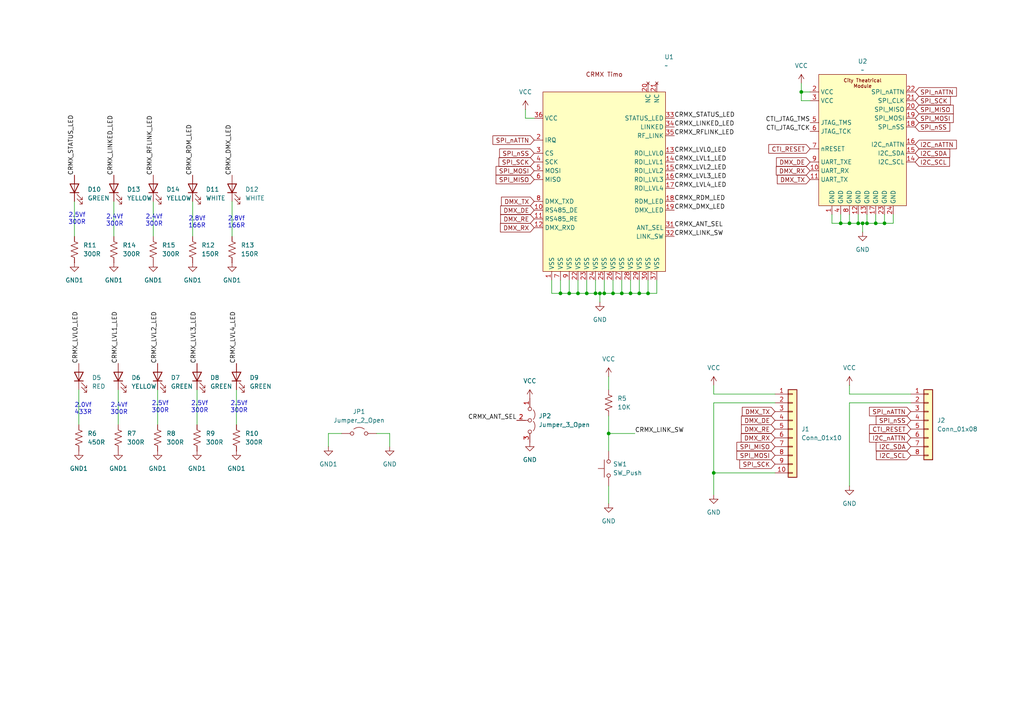
<source format=kicad_sch>
(kicad_sch (version 20231120) (generator "eeschema") (generator_version "8.0")
  (paper "A4")
  (lib_symbols
    (symbol "Connector_Generic:Conn_01x08" (pin_names (offset 1.016) hide)
      (property "Reference" "J" (at 0 10.16 0))
      (property "Value" "Conn_01x08" (at 0 -12.7 0))
      (symbol "Conn_01x08_1_1"
        (rectangle (start -1.27 -10.033) (end 0 -10.287) (stroke (width 0.1524)))
        (rectangle (start -1.27 -7.493) (end 0 -7.747) (stroke (width 0.1524)))
        (rectangle (start -1.27 -4.953) (end 0 -5.207) (stroke (width 0.1524)))
        (rectangle (start -1.27 -2.413) (end 0 -2.667) (stroke (width 0.1524)))
        (rectangle (start -1.27 0.127) (end 0 -0.127) (stroke (width 0.1524)))
        (rectangle (start -1.27 2.667) (end 0 2.413) (stroke (width 0.1524)))
        (rectangle (start -1.27 5.207) (end 0 4.953) (stroke (width 0.1524)))
        (rectangle (start -1.27 7.747) (end 0 7.493) (stroke (width 0.1524)))
        (rectangle (start -1.27 8.89) (end 1.27 -11.43) (stroke (width 0.254)) (fill (type background)))
        (pin passive line (at -5.08 7.62 0) (length 3.81) (name "Pin_1") (number "1"))
        (pin passive line (at -5.08 5.08 0) (length 3.81) (name "Pin_2") (number "2"))
        (pin passive line (at -5.08 2.54 0) (length 3.81) (name "Pin_3") (number "3"))
        (pin passive line (at -5.08 0 0) (length 3.81) (name "Pin_4") (number "4"))
        (pin passive line (at -5.08 -2.54 0) (length 3.81) (name "Pin_5") (number "5"))
        (pin passive line (at -5.08 -5.08 0) (length 3.81) (name "Pin_6") (number "6"))
        (pin passive line (at -5.08 -7.62 0) (length 3.81) (name "Pin_7") (number "7"))
        (pin passive line (at -5.08 -10.16 0) (length 3.81) (name "Pin_8") (number "8"))
      )
    )
    (symbol "Connector_Generic:Conn_01x10" (pin_names (offset 1.016) hide)
      (property "Reference" "J" (at 0 12.7 0))
      (property "Value" "Conn_01x10" (at 0 -15.24 0))
      (symbol "Conn_01x10_1_1"
        (rectangle (start -1.27 -12.573) (end 0 -12.827) (stroke (width 0.1524)))
        (rectangle (start -1.27 -10.033) (end 0 -10.287) (stroke (width 0.1524)))
        (rectangle (start -1.27 -7.493) (end 0 -7.747) (stroke (width 0.1524)))
        (rectangle (start -1.27 -4.953) (end 0 -5.207) (stroke (width 0.1524)))
        (rectangle (start -1.27 -2.413) (end 0 -2.667) (stroke (width 0.1524)))
        (rectangle (start -1.27 0.127) (end 0 -0.127) (stroke (width 0.1524)))
        (rectangle (start -1.27 2.667) (end 0 2.413) (stroke (width 0.1524)))
        (rectangle (start -1.27 5.207) (end 0 4.953) (stroke (width 0.1524)))
        (rectangle (start -1.27 7.747) (end 0 7.493) (stroke (width 0.1524)))
        (rectangle (start -1.27 10.287) (end 0 10.033) (stroke (width 0.1524)))
        (rectangle (start -1.27 11.43) (end 1.27 -13.97) (stroke (width 0.254)) (fill (type background)))
        (pin passive line (at -5.08 10.16 0) (length 3.81) (name "Pin_1") (number "1"))
        (pin passive line (at -5.08 -12.7 0) (length 3.81) (name "Pin_10") (number "10"))
        (pin passive line (at -5.08 7.62 0) (length 3.81) (name "Pin_2") (number "2"))
        (pin passive line (at -5.08 5.08 0) (length 3.81) (name "Pin_3") (number "3"))
        (pin passive line (at -5.08 2.54 0) (length 3.81) (name "Pin_4") (number "4"))
        (pin passive line (at -5.08 0 0) (length 3.81) (name "Pin_5") (number "5"))
        (pin passive line (at -5.08 -2.54 0) (length 3.81) (name "Pin_6") (number "6"))
        (pin passive line (at -5.08 -5.08 0) (length 3.81) (name "Pin_7") (number "7"))
        (pin passive line (at -5.08 -7.62 0) (length 3.81) (name "Pin_8") (number "8"))
        (pin passive line (at -5.08 -10.16 0) (length 3.81) (name "Pin_9") (number "9"))
      )
    )
    (symbol "Device:LED" (pin_numbers hide) (pin_names (offset 1.016) hide)
      (property "Reference" "D" (at 0 2.54 0))
      (property "Value" "LED" (at 0 -2.54 0))
      (symbol "LED_0_1"
        (polyline (pts (xy -1.27 -1.27) (xy -1.27 1.27)) (stroke (width 0.254)))
        (polyline (pts (xy -1.27 0) (xy 1.27 0)))
        (polyline (pts (xy 1.27 -1.27) (xy 1.27 1.27) (xy -1.27 0) (xy 1.27 -1.27)) (stroke (width 0.254)))
        (polyline (pts (xy -3.048 -0.762) (xy -4.572 -2.286) (xy -3.81 -2.286) (xy -4.572 -2.286) (xy -4.572 -1.524)))
        (polyline (pts (xy -1.778 -0.762) (xy -3.302 -2.286) (xy -2.54 -2.286) (xy -3.302 -2.286) (xy -3.302 -1.524)))
      )
      (symbol "LED_1_1"
        (pin passive line (at -3.81 0 0) (length 2.54) (name "K") (number "1"))
        (pin passive line (at 3.81 0 180) (length 2.54) (name "A") (number "2"))
      )
    )
    (symbol "Device:R_US" (pin_numbers hide) (pin_names (offset 0))
      (property "Reference" "R" (at 2.54 0 90))
      (property "Value" "R_US" (at -2.54 0 90))
      (symbol "R_US_0_1"
        (polyline (pts (xy 0 -2.286) (xy 0 -2.54)))
        (polyline (pts (xy 0 2.286) (xy 0 2.54)))
        (polyline (pts (xy 0 -0.762) (xy 1.016 -1.143) (xy 0 -1.524) (xy -1.016 -1.905) (xy 0 -2.286)))
        (polyline (pts (xy 0 0.762) (xy 1.016 0.381) (xy 0 0) (xy -1.016 -0.381) (xy 0 -0.762)))
        (polyline (pts (xy 0 2.286) (xy 1.016 1.905) (xy 0 1.524) (xy -1.016 1.143) (xy 0 0.762)))
      )
      (symbol "R_US_1_1"
        (pin passive line (at 0 3.81 270) (length 1.27) (name "~") (number "1"))
        (pin passive line (at 0 -3.81 90) (length 1.27) (name "~") (number "2"))
      )
    )
    (symbol "Jumper:Jumper_2_Open" (pin_numbers hide) (pin_names (offset 0) hide) (exclude_from_sim yes)
      (property "Reference" "JP" (at 0 2.794 0))
      (property "Value" "Jumper_2_Open" (at 0 -2.286 0))
      (symbol "Jumper_2_Open_0_0"
        (circle (center -2.032 0) (radius 0.508))
        (circle (center 2.032 0) (radius 0.508))
      )
      (symbol "Jumper_2_Open_0_1"
        (arc (start 1.524 1.27) (mid 0 1.778) (end -1.524 1.27))
      )
      (symbol "Jumper_2_Open_1_1"
        (pin passive line (at -5.08 0 0) (length 2.54) (name "A") (number "1"))
        (pin passive line (at 5.08 0 180) (length 2.54) (name "B") (number "2"))
      )
    )
    (symbol "Jumper:Jumper_3_Open" (pin_names (offset 0) hide) (exclude_from_sim yes) (in_bom no)
      (property "Reference" "JP" (at -2.54 -2.54 0))
      (property "Value" "Jumper_3_Open" (at 0 2.794 0))
      (symbol "Jumper_3_Open_0_0"
        (circle (center -3.302 0) (radius 0.508))
        (circle (center 0 0) (radius 0.508))
        (circle (center 3.302 0) (radius 0.508))
      )
      (symbol "Jumper_3_Open_0_1"
        (arc (start -0.254 1.016) (mid -1.651 1.4992) (end -3.048 1.016))
        (polyline (pts (xy 0 -0.508) (xy 0 -1.27)))
        (arc (start 3.048 1.016) (mid 1.651 1.4992) (end 0.254 1.016))
      )
      (symbol "Jumper_3_Open_1_1"
        (pin passive line (at -6.35 0 0) (length 2.54) (name "A") (number "1"))
        (pin passive line (at 0 -3.81 90) (length 2.54) (name "C") (number "2"))
        (pin passive line (at 6.35 0 180) (length 2.54) (name "B") (number "3"))
      )
    )
    (symbol "MHCI:CRMX-Timo"
      (property "Reference" "U" (at 0 33.02 0))
      (symbol "CRMX-Timo_1_1"
        (rectangle (start -17.78 30.48) (end 17.78 -21.59) (fill (type background)))
        (text "CRMX Timo" (at 0 35.56 0) (effects (font (size 1.27 1.27))))
        (pin input line (at -15.24 -24.13 90) (length 2.54) (name "VSS") (number "1"))
        (pin output line (at -20.32 -3.81 0) (length 2.54) (name "RS485_DE") (number "10"))
        (pin output line (at -20.32 -6.35 0) (length 2.54) (name "RS485_RE") (number "11"))
        (pin input line (at -20.32 -8.89 0) (length 2.54) (name "DMX_RXD") (number "12"))
        (pin output line (at 20.32 12.7 180) (length 2.54) (name "RDI_LVL0") (number "13"))
        (pin output line (at 20.32 10.16 180) (length 2.54) (name "RDI_LVL1") (number "14"))
        (pin output line (at 20.32 7.62 180) (length 2.54) (name "RDI_LVL2") (number "15"))
        (pin output line (at 20.32 5.08 180) (length 2.54) (name "RDI_LVL3") (number "16"))
        (pin output line (at 20.32 2.54 180) (length 2.54) (name "RDI_LVL4") (number "17"))
        (pin output line (at 20.32 -1.27 180) (length 2.54) (name "RDM_LED") (number "18"))
        (pin output line (at 20.32 -3.81 180) (length 2.54) (name "DMX_LED") (number "19"))
        (pin output line (at -20.32 16.51 0) (length 2.54) (name "IRQ") (number "2"))
        (pin no_connect line (at 12.7 33.02 270) (length 2.54) (name "NC") (number "20"))
        (pin no_connect line (at 15.24 33.02 270) (length 2.54) (name "NC") (number "21"))
        (pin input line (at -7.62 -24.13 90) (length 2.54) (name "VSS") (number "22"))
        (pin input line (at -5.08 -24.13 90) (length 2.54) (name "VSS") (number "23"))
        (pin input line (at -2.54 -24.13 90) (length 2.54) (name "VSS") (number "24"))
        (pin input line (at 0 -24.13 90) (length 2.54) (name "VSS") (number "25"))
        (pin input line (at 2.54 -24.13 90) (length 2.54) (name "VSS") (number "26"))
        (pin input line (at 5.08 -24.13 90) (length 2.54) (name "VSS") (number "27"))
        (pin input line (at 7.62 -24.13 90) (length 2.54) (name "VSS") (number "28"))
        (pin input line (at 10.16 -24.13 90) (length 2.54) (name "VSS") (number "29"))
        (pin input line (at -20.32 12.7 0) (length 2.54) (name "CS") (number "3"))
        (pin input line (at 12.7 -24.13 90) (length 2.54) (name "VSS") (number "30"))
        (pin input line (at 20.32 -8.89 180) (length 2.54) (name "ANT_SEL") (number "31"))
        (pin input line (at 20.32 -11.43 180) (length 2.54) (name "LINK_SW") (number "32"))
        (pin output line (at 20.32 22.86 180) (length 2.54) (name "STATUS_LED") (number "33"))
        (pin output line (at 20.32 20.32 180) (length 2.54) (name "LINKED") (number "34"))
        (pin output line (at 20.32 17.78 180) (length 2.54) (name "RF_LINK") (number "35"))
        (pin input line (at -20.32 22.86 0) (length 2.54) (name "VCC") (number "36"))
        (pin input line (at 15.24 -24.13 90) (length 2.54) (name "VSS") (number "37"))
        (pin input line (at -20.32 10.16 0) (length 2.54) (name "SCK") (number "4"))
        (pin input line (at -20.32 7.62 0) (length 2.54) (name "MOSI") (number "5"))
        (pin output line (at -20.32 5.08 0) (length 2.54) (name "MISO") (number "6"))
        (pin input line (at -12.7 -24.13 90) (length 2.54) (name "VSS") (number "7"))
        (pin output line (at -20.32 -1.27 0) (length 2.54) (name "DMX_TXD") (number "8"))
        (pin input line (at -10.16 -24.13 90) (length 2.54) (name "VSS") (number "9"))
      )
    )
    (symbol "MHCI:CTI-Module"
      (property "Reference" "U" (at 0 0 0))
      (symbol "CTI-Module_1_1"
        (rectangle (start -12.7 -1.27) (end 12.7 -39.37) (fill (type background)))
        (text "City Theatrical\nModule" (at 0 -3.81 0) (effects (font (size 1 1))))
        (pin input line (at -8.89 -41.91 90) (length 2.54) (name "GND") (number "1"))
        (pin input line (at -15.24 -29.21 0) (length 2.54) (name "UART_RX") (number "10"))
        (pin output line (at -15.24 -31.75 0) (length 2.54) (name "UART_TX") (number "11"))
        (pin input line (at -1.27 -41.91 90) (length 2.54) (name "GND") (number "12"))
        (pin input line (at 1.27 -41.91 90) (length 2.54) (name "GND") (number "13"))
        (pin input line (at 15.24 -26.67 180) (length 2.54) (name "I2C_SCL") (number "14"))
        (pin bidirectional line (at 15.24 -24.13 180) (length 2.54) (name "I2C_SDA") (number "15"))
        (pin output line (at 15.24 -21.59 180) (length 2.54) (name "I2C_nATTN") (number "16"))
        (pin input line (at 3.81 -41.91 90) (length 2.54) (name "GND") (number "17"))
        (pin input line (at 15.24 -16.51 180) (length 2.54) (name "SPI_nSS") (number "18"))
        (pin input line (at 15.24 -13.97 180) (length 2.54) (name "SPI_MOSI") (number "19"))
        (pin power_in line (at -15.24 -6.35 0) (length 2.54) (name "VCC") (number "2"))
        (pin output line (at 15.24 -11.43 180) (length 2.54) (name "SPI_MISO") (number "20"))
        (pin input line (at 15.24 -8.89 180) (length 2.54) (name "SPI_CLK") (number "21"))
        (pin output line (at 15.24 -6.35 180) (length 2.54) (name "SPI_nATTN") (number "22"))
        (pin input line (at 6.35 -41.91 90) (length 2.54) (name "GND") (number "23"))
        (pin input line (at 8.89 -41.91 90) (length 2.54) (name "GND") (number "24"))
        (pin power_in line (at -15.24 -8.89 0) (length 2.54) (name "VCC") (number "3"))
        (pin input line (at -6.35 -41.91 90) (length 2.54) (name "GND") (number "4"))
        (pin bidirectional line (at -15.24 -15.24 0) (length 2.54) (name "JTAG_TMS") (number "5"))
        (pin input line (at -15.24 -17.78 0) (length 2.54) (name "JTAG_TCK") (number "6"))
        (pin input line (at -15.24 -22.86 0) (length 2.54) (name "nRESET") (number "7"))
        (pin input line (at -3.81 -41.91 90) (length 2.54) (name "GND") (number "8"))
        (pin output line (at -15.24 -26.67 0) (length 2.54) (name "UART_TXE") (number "9"))
      )
    )
    (symbol "Switch:SW_Push" (pin_numbers hide) (pin_names (offset 1.016) hide)
      (property "Reference" "SW" (at 1.27 2.54 0))
      (property "Value" "SW_Push" (at 0 -1.524 0))
      (symbol "SW_Push_0_1"
        (circle (center -2.032 0) (radius 0.508))
        (polyline (pts (xy 0 1.27) (xy 0 3.048)))
        (polyline (pts (xy 2.54 1.27) (xy -2.54 1.27)))
        (circle (center 2.032 0) (radius 0.508))
        (pin passive line (at -5.08 0 0) (length 2.54) (name "1") (number "1"))
        (pin passive line (at 5.08 0 180) (length 2.54) (name "2") (number "2"))
      )
    )
    (symbol "power:GND" (power) (pin_numbers hide) (pin_names (offset 0) hide)
      (property "Value" "GND" (at 0 -3.81 0))
      (symbol "GND_0_1"
        (polyline (pts (xy 0 0) (xy 0 -1.27) (xy 1.27 -1.27) (xy 0 -2.54) (xy -1.27 -1.27) (xy 0 -1.27)))
      )
      (symbol "GND_1_1"
        (pin power_in line (at 0 0 270) (length 0) (name "~") (number "1"))
      )
    )
    (symbol "power:GND1" (power) (pin_numbers hide) (pin_names (offset 0) hide)
      (property "Value" "GND1" (at 0 -3.81 0))
      (symbol "GND1_0_1"
        (polyline (pts (xy 0 0) (xy 0 -1.27) (xy 1.27 -1.27) (xy 0 -2.54) (xy -1.27 -1.27) (xy 0 -1.27)))
      )
      (symbol "GND1_1_1"
        (pin power_in line (at 0 0 270) (length 0) (name "~") (number "1"))
      )
    )
    (symbol "power:VCC" (power) (pin_numbers hide) (pin_names (offset 0) hide)
      (property "Value" "VCC" (at 0 3.556 0))
      (symbol "VCC_0_1"
        (polyline (pts (xy -0.762 1.27) (xy 0 2.54)))
        (polyline (pts (xy 0 0) (xy 0 2.54)))
        (polyline (pts (xy 0 2.54) (xy 0.762 1.27)))
      )
      (symbol "VCC_1_1"
        (pin power_in line (at 0 0 90) (length 0) (name "~") (number "1"))
      )
    )
  )
  (junction (at 243.84 64.77))
  (junction (at 248.92 64.77))
  (junction (at 185.42 85.09))
  (junction (at 246.38 64.77))
  (junction (at 170.18 85.09))
  (junction (at 180.34 85.09))
  (junction (at 207.01 137.16))
  (junction (at 232.41 26.67))
  (junction (at 175.26 85.09))
  (junction (at 251.46 64.77))
  (junction (at 176.53 125.73))
  (junction (at 177.8 85.09))
  (junction (at 165.1 85.09))
  (junction (at 254 64.77))
  (junction (at 250.19 64.77))
  (junction (at 172.72 85.09))
  (junction (at 187.96 85.09))
  (junction (at 167.64 85.09))
  (junction (at 256.54 64.77))
  (junction (at 182.88 85.09))
  (junction (at 162.56 85.09))
  (junction (at 173.99 85.09))
  (wire (pts (xy 175.26 81.28) (xy 175.26 85.09)))
  (wire (pts (xy 243.84 62.23) (xy 243.84 64.77)))
  (wire (pts (xy 177.8 85.09) (xy 175.26 85.09)))
  (wire (pts (xy 207.01 116.84) (xy 224.79 116.84)))
  (wire (pts (xy 185.42 85.09) (xy 182.88 85.09)))
  (wire (pts (xy 243.84 64.77) (xy 246.38 64.77)))
  (wire (pts (xy 182.88 85.09) (xy 180.34 85.09)))
  (wire (pts (xy 190.5 85.09) (xy 187.96 85.09)))
  (wire (pts (xy 57.15 113.03) (xy 57.15 123.19)))
  (wire (pts (xy 250.19 67.31) (xy 250.19 64.77)))
  (wire (pts (xy 254 64.77) (xy 251.46 64.77)))
  (wire (pts (xy 33.02 58.42) (xy 33.02 68.58)))
  (wire (pts (xy 246.38 116.84) (xy 246.38 140.97)))
  (wire (pts (xy 176.53 125.73) (xy 184.15 125.73)))
  (wire (pts (xy 256.54 64.77) (xy 254 64.77)))
  (wire (pts (xy 172.72 85.09) (xy 170.18 85.09)))
  (wire (pts (xy 160.02 85.09) (xy 160.02 81.28)))
  (wire (pts (xy 232.41 29.21) (xy 232.41 26.67)))
  (wire (pts (xy 185.42 81.28) (xy 185.42 85.09)))
  (wire (pts (xy 248.92 64.77) (xy 250.19 64.77)))
  (wire (pts (xy 246.38 62.23) (xy 246.38 64.77)))
  (wire (pts (xy 167.64 81.28) (xy 167.64 85.09)))
  (wire (pts (xy 172.72 81.28) (xy 172.72 85.09)))
  (wire (pts (xy 241.3 64.77) (xy 241.3 62.23)))
  (wire (pts (xy 167.64 85.09) (xy 165.1 85.09)))
  (wire (pts (xy 45.72 113.03) (xy 45.72 123.19)))
  (wire (pts (xy 162.56 81.28) (xy 162.56 85.09)))
  (wire (pts (xy 248.92 62.23) (xy 248.92 64.77)))
  (wire (pts (xy 246.38 114.3) (xy 246.38 111.76)))
  (wire (pts (xy 152.4 34.29) (xy 154.94 34.29)))
  (wire (pts (xy 55.88 58.42) (xy 55.88 68.58)))
  (wire (pts (xy 180.34 85.09) (xy 177.8 85.09)))
  (wire (pts (xy 190.5 81.28) (xy 190.5 85.09)))
  (wire (pts (xy 224.79 114.3) (xy 207.01 114.3)))
  (wire (pts (xy 176.53 120.65) (xy 176.53 125.73)))
  (wire (pts (xy 170.18 85.09) (xy 167.64 85.09)))
  (wire (pts (xy 187.96 85.09) (xy 185.42 85.09)))
  (wire (pts (xy 21.59 58.42) (xy 21.59 68.58)))
  (wire (pts (xy 68.58 113.03) (xy 68.58 123.19)))
  (wire (pts (xy 251.46 64.77) (xy 250.19 64.77)))
  (wire (pts (xy 173.99 87.63) (xy 173.99 85.09)))
  (wire (pts (xy 259.08 64.77) (xy 256.54 64.77)))
  (wire (pts (xy 254 62.23) (xy 254 64.77)))
  (wire (pts (xy 246.38 116.84) (xy 264.16 116.84)))
  (wire (pts (xy 207.01 137.16) (xy 207.01 143.51)))
  (wire (pts (xy 34.29 113.03) (xy 34.29 123.19)))
  (wire (pts (xy 187.96 81.28) (xy 187.96 85.09)))
  (wire (pts (xy 176.53 109.22) (xy 176.53 113.03)))
  (wire (pts (xy 232.41 26.67) (xy 234.95 26.67)))
  (wire (pts (xy 232.41 24.13) (xy 232.41 26.67)))
  (wire (pts (xy 177.8 81.28) (xy 177.8 85.09)))
  (wire (pts (xy 95.25 125.73) (xy 99.06 125.73)))
  (wire (pts (xy 234.95 29.21) (xy 232.41 29.21)))
  (wire (pts (xy 207.01 137.16) (xy 224.79 137.16)))
  (wire (pts (xy 67.31 58.42) (xy 67.31 68.58)))
  (wire (pts (xy 175.26 85.09) (xy 173.99 85.09)))
  (wire (pts (xy 165.1 81.28) (xy 165.1 85.09)))
  (wire (pts (xy 259.08 62.23) (xy 259.08 64.77)))
  (wire (pts (xy 44.45 58.42) (xy 44.45 68.58)))
  (wire (pts (xy 95.25 129.54) (xy 95.25 125.73)))
  (wire (pts (xy 162.56 85.09) (xy 160.02 85.09)))
  (wire (pts (xy 173.99 85.09) (xy 172.72 85.09)))
  (wire (pts (xy 152.4 31.75) (xy 152.4 34.29)))
  (wire (pts (xy 176.53 125.73) (xy 176.53 130.81)))
  (wire (pts (xy 176.53 140.97) (xy 176.53 146.05)))
  (wire (pts (xy 207.01 114.3) (xy 207.01 111.76)))
  (wire (pts (xy 170.18 81.28) (xy 170.18 85.09)))
  (wire (pts (xy 182.88 81.28) (xy 182.88 85.09)))
  (wire (pts (xy 251.46 62.23) (xy 251.46 64.77)))
  (wire (pts (xy 256.54 62.23) (xy 256.54 64.77)))
  (wire (pts (xy 246.38 114.3) (xy 264.16 114.3)))
  (wire (pts (xy 180.34 81.28) (xy 180.34 85.09)))
  (wire (pts (xy 165.1 85.09) (xy 162.56 85.09)))
  (wire (pts (xy 207.01 116.84) (xy 207.01 137.16)))
  (wire (pts (xy 22.86 113.03) (xy 22.86 123.19)))
  (wire (pts (xy 241.3 64.77) (xy 243.84 64.77)))
  (wire (pts (xy 246.38 64.77) (xy 248.92 64.77)))
  (wire (pts (xy 109.22 125.73) (xy 113.03 125.73)))
  (wire (pts (xy 113.03 125.73) (xy 113.03 129.54)))
  (text "2.0Vf\n433R" (at 24.13 118.618 0) (effects (font (size 1.27 1.27))))
  (text "2.5Vf\n300R" (at 46.482 118.11 0) (effects (font (size 1.27 1.27))))
  (text "2.5Vf\n300R" (at 69.342 118.11 0) (effects (font (size 1.27 1.27))))
  (text "2.8Vf\n166R" (at 57.15 64.516 0) (effects (font (size 1.27 1.27))))
  (text "2.4Vf\n300R" (at 33.274 64.008 0) (effects (font (size 1.27 1.27))))
  (text "2.8Vf\n166R" (at 68.58 64.516 0) (effects (font (size 1.27 1.27))))
  (text "2.5Vf\n300R" (at 22.352 63.5 0) (effects (font (size 1.27 1.27))))
  (text "2.5Vf\n300R" (at 57.912 118.11 0) (effects (font (size 1.27 1.27))))
  (text "2.4Vf\n300R" (at 44.704 64.008 0) (effects (font (size 1.27 1.27))))
  (text "2.4Vf\n300R" (at 34.544 118.618 0) (effects (font (size 1.27 1.27))))
  (label "CRMX_LVL2_LED" (at 45.72 105.41 90))
  (label "CRMX_LVL4_LED" (at 68.58 105.41 90))
  (label "CRMX_LVL1_LED" (at 34.29 105.41 90))
  (label "CRMX_LVL0_LED" (at 195.58 44.45 0))
  (label "CRMX_LINK_SW" (at 195.58 68.58 0))
  (label "CRMX_RFLINK_LED" (at 44.45 50.8 90))
  (label "CRMX_LVL1_LED" (at 195.58 46.99 0))
  (label "CRMX_STATUS_LED" (at 21.59 50.8 90))
  (label "CRMX_LINK_SW" (at 184.15 125.73 0))
  (label "CRMX_ANT_SEL" (at 149.86 121.92 180))
  (label "CRMX_LVL2_LED" (at 195.58 49.53 0))
  (label "CRMX_STATUS_LED" (at 195.58 34.29 0))
  (label "CRMX_RDM_LED" (at 55.88 50.8 90))
  (label "CTI_JTAG_TCK" (at 234.95 38.1 180))
  (label "CRMX_RDM_LED" (at 195.58 58.42 0))
  (label "CRMX_ANT_SEL" (at 195.58 66.04 0))
  (label "CTI_JTAG_TMS" (at 234.95 35.56 180))
  (label "CRMX_LVL3_LED" (at 195.58 52.07 0))
  (label "CRMX_LINKED_LED" (at 195.58 36.83 0))
  (label "CRMX_RFLINK_LED" (at 195.58 39.37 0))
  (label "CRMX_DMX_LED" (at 67.31 50.8 90))
  (label "CRMX_LVL0_LED" (at 22.86 105.41 90))
  (label "CRMX_LVL4_LED" (at 195.58 54.61 0))
  (label "CRMX_LINKED_LED" (at 33.02 50.8 90))
  (label "CRMX_LVL3_LED" (at 57.15 105.41 90))
  (label "CRMX_DMX_LED" (at 195.58 60.96 0))
  (global_label "I2C_SCL" (shape input) (at 264.16 132.08 180) (property "Intersheetrefs" "${INTERSHEET_REFS}" (effects (hide yes))))
  (global_label "I2C_SDA" (shape input) (at 264.16 129.54 180) (property "Intersheetrefs" "${INTERSHEET_REFS}" (effects (hide yes))))
  (global_label "DMX_TX" (shape input) (at 234.95 52.07 180) (property "Intersheetrefs" "${INTERSHEET_REFS}" (effects (hide yes))))
  (global_label "SPI_MOSI" (shape input) (at 224.79 132.08 180) (property "Intersheetrefs" "${INTERSHEET_REFS}" (effects (hide yes))))
  (global_label "SPI_MISO" (shape input) (at 265.43 31.75 0) (property "Intersheetrefs" "${INTERSHEET_REFS}" (effects (hide yes))))
  (global_label "SPI_SCK" (shape input) (at 224.79 134.62 180) (property "Intersheetrefs" "${INTERSHEET_REFS}" (effects (hide yes))))
  (global_label "DMX_RX" (shape input) (at 234.95 49.53 180) (property "Intersheetrefs" "${INTERSHEET_REFS}" (effects (hide yes))))
  (global_label "SPI_nSS" (shape input) (at 154.94 44.45 180) (property "Intersheetrefs" "${INTERSHEET_REFS}" (effects (hide yes))))
  (global_label "DMX_DE" (shape input) (at 224.79 121.92 180) (property "Intersheetrefs" "${INTERSHEET_REFS}" (effects (hide yes))))
  (global_label "SPI_SCK" (shape input) (at 265.43 29.21 0) (property "Intersheetrefs" "${INTERSHEET_REFS}" (effects (hide yes))))
  (global_label "DMX_RE" (shape input) (at 154.94 63.5 180) (property "Intersheetrefs" "${INTERSHEET_REFS}" (effects (hide yes))))
  (global_label "CTI_RESET" (shape input) (at 264.16 124.46 180) (property "Intersheetrefs" "${INTERSHEET_REFS}" (effects (hide yes))))
  (global_label "SPI_MOSI" (shape input) (at 265.43 34.29 0) (property "Intersheetrefs" "${INTERSHEET_REFS}" (effects (hide yes))))
  (global_label "DMX_RX" (shape input) (at 224.79 127 180) (property "Intersheetrefs" "${INTERSHEET_REFS}" (effects (hide yes))))
  (global_label "I2C_nATTN" (shape input) (at 264.16 127 180) (property "Intersheetrefs" "${INTERSHEET_REFS}" (effects (hide yes))))
  (global_label "SPI_nATTN" (shape input) (at 265.43 26.67 0) (property "Intersheetrefs" "${INTERSHEET_REFS}" (effects (hide yes))))
  (global_label "SPI_MISO" (shape input) (at 224.79 129.54 180) (property "Intersheetrefs" "${INTERSHEET_REFS}" (effects (hide yes))))
  (global_label "CTI_RESET" (shape input) (at 234.95 43.18 180) (property "Intersheetrefs" "${INTERSHEET_REFS}" (effects (hide yes))))
  (global_label "DMX_TX" (shape input) (at 224.79 119.38 180) (property "Intersheetrefs" "${INTERSHEET_REFS}" (effects (hide yes))))
  (global_label "DMX_DE" (shape input) (at 234.95 46.99 180) (property "Intersheetrefs" "${INTERSHEET_REFS}" (effects (hide yes))))
  (global_label "I2C_SDA" (shape input) (at 265.43 44.45 0) (property "Intersheetrefs" "${INTERSHEET_REFS}" (effects (hide yes))))
  (global_label "SPI_nATTN" (shape input) (at 264.16 119.38 180) (property "Intersheetrefs" "${INTERSHEET_REFS}" (effects (hide yes))))
  (global_label "DMX_TX" (shape input) (at 154.94 58.42 180) (property "Intersheetrefs" "${INTERSHEET_REFS}" (effects (hide yes))))
  (global_label "SPI_MISO" (shape input) (at 154.94 52.07 180) (property "Intersheetrefs" "${INTERSHEET_REFS}" (effects (hide yes))))
  (global_label "DMX_RX" (shape input) (at 154.94 66.04 180) (property "Intersheetrefs" "${INTERSHEET_REFS}" (effects (hide yes))))
  (global_label "I2C_SCL" (shape input) (at 265.43 46.99 0) (property "Intersheetrefs" "${INTERSHEET_REFS}" (effects (hide yes))))
  (global_label "DMX_RE" (shape input) (at 224.79 124.46 180) (property "Intersheetrefs" "${INTERSHEET_REFS}" (effects (hide yes))))
  (global_label "SPI_MOSI" (shape input) (at 154.94 49.53 180) (property "Intersheetrefs" "${INTERSHEET_REFS}" (effects (hide yes))))
  (global_label "I2C_nATTN" (shape input) (at 265.43 41.91 0) (property "Intersheetrefs" "${INTERSHEET_REFS}" (effects (hide yes))))
  (global_label "DMX_DE" (shape input) (at 154.94 60.96 180) (property "Intersheetrefs" "${INTERSHEET_REFS}" (effects (hide yes))))
  (global_label "SPI_nSS" (shape input) (at 265.43 36.83 0) (property "Intersheetrefs" "${INTERSHEET_REFS}" (effects (hide yes))))
  (global_label "SPI_nATTN" (shape input) (at 154.94 40.64 180) (property "Intersheetrefs" "${INTERSHEET_REFS}" (effects (hide yes))))
  (global_label "SPI_SCK" (shape input) (at 154.94 46.99 180) (property "Intersheetrefs" "${INTERSHEET_REFS}" (effects (hide yes))))
  (global_label "SPI_nSS" (shape input) (at 264.16 121.92 180) (property "Intersheetrefs" "${INTERSHEET_REFS}" (effects (hide yes))))
  (symbol (lib_id "power:GND1") (at 33.02 76.2 0) (unit 1)
    (property "Reference" "#PWR017" (effects (hide yes)))
    (property "Value" "GND1" (at 33.02 81.28 0))
    (property "Description" "Power symbol creates a global label with name \"GND1\" , ground" (effects (hide yes)))
  )
  (symbol (lib_id "Device:LED") (at 34.29 109.22 90) (unit 1)
    (property "Reference" "D6" (at 38.1 109.5374 90) (effects (justify right)))
    (property "Value" "YELLOW" (at 38.1 112.0774 90) (effects (justify right)))
    (property "Footprint" "LED_SMD:LED_0603_1608Metric" (effects (hide yes)))
    (property "Description" "Light emitting diode" (effects (hide yes)))
    (property "LCSC" "C72038" (effects (hide yes)))
  )
  (symbol (lib_id "Device:LED") (at 21.59 54.61 90) (unit 1)
    (property "Reference" "D10" (at 25.4 54.9274 90) (effects (justify right)))
    (property "Value" "GREEN" (at 25.4 57.4674 90) (effects (justify right)))
    (property "Footprint" "LED_SMD:LED_0603_1608Metric" (effects (hide yes)))
    (property "Description" "Light emitting diode" (effects (hide yes)))
  )
  (symbol (lib_id "power:GND1") (at 44.45 76.2 0) (unit 1)
    (property "Reference" "#PWR018" (effects (hide yes)))
    (property "Value" "GND1" (at 44.45 81.28 0))
    (property "Description" "Power symbol creates a global label with name \"GND1\" , ground" (effects (hide yes)))
  )
  (symbol (lib_id "power:GND1") (at 45.72 130.81 0) (unit 1)
    (property "Reference" "#PWR024" (effects (hide yes)))
    (property "Value" "GND1" (at 45.72 135.89 0))
    (property "Description" "Power symbol creates a global label with name \"GND1\" , ground" (effects (hide yes)))
  )
  (symbol (lib_id "Device:R_US") (at 55.88 72.39 0) (unit 1)
    (property "Reference" "R12" (at 58.42 71.1199 0) (effects (justify left)))
    (property "Value" "150R" (at 58.42 73.6599 0) (effects (justify left)))
    (property "Footprint" "Resistor_SMD:R_0603_1608Metric" (effects (hide yes)))
    (property "Description" "Resistor, US symbol" (effects (hide yes)))
    (property "LCSC" "C22808" (effects (hide yes)))
  )
  (symbol (lib_id "Connector_Generic:Conn_01x08") (at 269.24 121.92 0) (unit 1)
    (property "Reference" "J2" (at 271.78 121.9199 0) (effects (justify left)))
    (property "Value" "Conn_01x08" (at 271.78 124.4599 0) (effects (justify left)))
    (property "Footprint" "Connector_PinHeader_2.54mm:PinHeader_1x08_P2.54mm_Vertical" (effects (hide yes)))
    (property "Description" "Generic connector, single row, 01x08, script generated (kicad-library-utils/schlib/autogen/connector/)" (effects (hide yes)))
  )
  (symbol (lib_id "Device:R_US") (at 45.72 127 0) (unit 1)
    (property "Reference" "R8" (at 48.26 125.7299 0) (effects (justify left)))
    (property "Value" "300R" (at 48.26 128.2699 0) (effects (justify left)))
    (property "Footprint" "Resistor_SMD:R_0603_1608Metric" (effects (hide yes)))
    (property "Description" "Resistor, US symbol" (effects (hide yes)))
    (property "LCSC" "C23025" (effects (hide yes)))
  )
  (symbol (lib_id "power:VCC") (at 232.41 24.13 0) (unit 1)
    (property "Reference" "#PWR03" (effects (hide yes)))
    (property "Value" "VCC" (at 232.41 19.05 0))
    (property "Description" "Power symbol creates a global label with name \"VCC\"" (effects (hide yes)))
  )
  (symbol (lib_id "power:VCC") (at 207.01 111.76 0) (unit 1)
    (property "Reference" "#PWR05" (effects (hide yes)))
    (property "Value" "VCC" (at 207.01 106.68 0))
    (property "Description" "Power symbol creates a global label with name \"VCC\"" (effects (hide yes)))
  )
  (symbol (lib_id "power:VCC") (at 176.53 109.22 0) (unit 1)
    (property "Reference" "#PWR013" (effects (hide yes)))
    (property "Value" "VCC" (at 176.53 104.14 0))
    (property "Description" "Power symbol creates a global label with name \"VCC\"" (effects (hide yes)))
  )
  (symbol (lib_id "power:GND") (at 246.38 140.97 0) (unit 1)
    (property "Reference" "#PWR08" (effects (hide yes)))
    (property "Value" "GND" (at 246.38 146.05 0))
    (property "Description" "Power symbol creates a global label with name \"GND\" , ground" (effects (hide yes)))
  )
  (symbol (lib_id "power:GND") (at 207.01 143.51 0) (unit 1)
    (property "Reference" "#PWR06" (effects (hide yes)))
    (property "Value" "GND" (at 207.01 148.59 0))
    (property "Description" "Power symbol creates a global label with name \"GND\" , ground" (effects (hide yes)))
  )
  (symbol (lib_id "power:GND1") (at 21.59 76.2 0) (unit 1)
    (property "Reference" "#PWR025" (effects (hide yes)))
    (property "Value" "GND1" (at 21.59 81.28 0))
    (property "Description" "Power symbol creates a global label with name \"GND1\" , ground" (effects (hide yes)))
  )
  (symbol (lib_id "Device:R_US") (at 21.59 72.39 0) (unit 1)
    (property "Reference" "R11" (at 24.13 71.1199 0) (effects (justify left)))
    (property "Value" "300R" (at 24.13 73.6599 0) (effects (justify left)))
    (property "Footprint" "Resistor_SMD:R_0603_1608Metric" (effects (hide yes)))
    (property "Description" "Resistor, US symbol" (effects (hide yes)))
    (property "LCSC" "C23025" (effects (hide yes)))
  )
  (symbol (lib_id "power:GND") (at 113.03 129.54 0) (unit 1)
    (property "Reference" "#PWR021" (effects (hide yes)))
    (property "Value" "GND" (at 113.03 134.62 0))
    (property "Description" "Power symbol creates a global label with name \"GND\" , ground" (effects (hide yes)))
  )
  (symbol (lib_id "power:VCC") (at 246.38 111.76 0) (unit 1)
    (property "Reference" "#PWR07" (effects (hide yes)))
    (property "Value" "VCC" (at 246.38 106.68 0))
    (property "Description" "Power symbol creates a global label with name \"VCC\"" (effects (hide yes)))
  )
  (symbol (lib_id "Device:R_US") (at 67.31 72.39 0) (unit 1)
    (property "Reference" "R13" (at 69.85 71.1199 0) (effects (justify left)))
    (property "Value" "150R" (at 69.85 73.6599 0) (effects (justify left)))
    (property "Footprint" "Resistor_SMD:R_0603_1608Metric" (effects (hide yes)))
    (property "Description" "Resistor, US symbol" (effects (hide yes)))
    (property "LCSC" "C22808" (effects (hide yes)))
  )
  (symbol (lib_id "power:GND") (at 176.53 146.05 0) (unit 1)
    (property "Reference" "#PWR014" (effects (hide yes)))
    (property "Value" "GND" (at 176.53 151.13 0))
    (property "Description" "Power symbol creates a global label with name \"GND\" , ground" (effects (hide yes)))
  )
  (symbol (lib_id "Device:LED") (at 55.88 54.61 90) (unit 1)
    (property "Reference" "D11" (at 59.69 54.9274 90) (effects (justify right)))
    (property "Value" "WHITE" (at 59.69 57.4674 90) (effects (justify right)))
    (property "Footprint" "LED_SMD:LED_0603_1608Metric" (effects (hide yes)))
    (property "Description" "Light emitting diode" (effects (hide yes)))
    (property "LCSC" "C2290" (effects (hide yes)))
  )
  (symbol (lib_id "power:VCC") (at 153.67 115.57 0) (unit 1)
    (property "Reference" "#PWR016" (effects (hide yes)))
    (property "Value" "VCC" (at 153.67 110.49 0))
    (property "Description" "Power symbol creates a global label with name \"VCC\"" (effects (hide yes)))
  )
  (symbol (lib_id "Device:LED") (at 44.45 54.61 90) (unit 1)
    (property "Reference" "D14" (at 48.26 54.9274 90) (effects (justify right)))
    (property "Value" "YELLOW" (at 48.26 57.4674 90) (effects (justify right)))
    (property "Footprint" "LED_SMD:LED_0603_1608Metric" (effects (hide yes)))
    (property "Description" "Light emitting diode" (effects (hide yes)))
    (property "LCSC" "C72038" (effects (hide yes)))
  )
  (symbol (lib_id "power:GND") (at 153.67 128.27 0) (unit 1)
    (property "Reference" "#PWR015" (effects (hide yes)))
    (property "Value" "GND" (at 153.67 133.35 0))
    (property "Description" "Power symbol creates a global label with name \"GND\" , ground" (effects (hide yes)))
  )
  (symbol (lib_id "Device:R_US") (at 33.02 72.39 0) (unit 1)
    (property "Reference" "R14" (at 35.56 71.1199 0) (effects (justify left)))
    (property "Value" "300R" (at 35.56 73.6599 0) (effects (justify left)))
    (property "Footprint" "Resistor_SMD:R_0603_1608Metric" (effects (hide yes)))
    (property "Description" "Resistor, US symbol" (effects (hide yes)))
    (property "LCSC" "C23025" (effects (hide yes)))
  )
  (symbol (lib_id "Device:LED") (at 68.58 109.22 90) (unit 1)
    (property "Reference" "D9" (at 72.39 109.5374 90) (effects (justify right)))
    (property "Value" "GREEN" (at 72.39 112.0774 90) (effects (justify right)))
    (property "Footprint" "LED_SMD:LED_0603_1608Metric" (effects (hide yes)))
    (property "Description" "Light emitting diode" (effects (hide yes)))
  )
  (symbol (lib_id "MHCI:CTI-Module") (at 250.19 20.32 0) (unit 1)
    (property "Reference" "U2" (at 250.19 17.78 0))
    (property "Value" "~" (at 250.19 20.32 0))
    (property "Footprint" "MHCI:CTI-5994" (effects (hide yes)))
  )
  (symbol (lib_id "Device:R_US") (at 34.29 127 0) (unit 1)
    (property "Reference" "R7" (at 36.83 125.7299 0) (effects (justify left)))
    (property "Value" "300R" (at 36.83 128.2699 0) (effects (justify left)))
    (property "Footprint" "Resistor_SMD:R_0603_1608Metric" (effects (hide yes)))
    (property "Description" "Resistor, US symbol" (effects (hide yes)))
    (property "LCSC" "C23025" (effects (hide yes)))
  )
  (symbol (lib_id "Jumper:Jumper_3_Open") (at 153.67 121.92 270) (unit 1) (exclude_from_sim yes) (in_bom no)
    (property "Reference" "JP2" (at 156.21 120.6499 90) (effects (justify left)))
    (property "Value" "Jumper_3_Open" (at 156.21 123.1899 90) (effects (justify left)))
    (property "Footprint" "Jumper:SolderJumper-3_P1.3mm_Open_RoundedPad1.0x1.5mm" (effects (hide yes)))
    (property "Description" "Jumper, 3-pole, both open" (effects (hide yes)))
  )
  (symbol (lib_id "MHCI:CRMX-Timo") (at 175.26 57.15 0) (unit 1)
    (property "Reference" "U1" (at 192.6941 16.51 0) (effects (justify left)))
    (property "Value" "~" (at 192.6941 19.05 0) (effects (justify left)))
    (property "Footprint" "MHCI:CRMX-TiMo" (effects (hide yes)))
  )
  (symbol (lib_id "power:GND1") (at 67.31 76.2 0) (unit 1)
    (property "Reference" "#PWR020" (effects (hide yes)))
    (property "Value" "GND1" (at 67.31 81.28 0))
    (property "Description" "Power symbol creates a global label with name \"GND1\" , ground" (effects (hide yes)))
  )
  (symbol (lib_id "Device:R_US") (at 22.86 127 0) (unit 1)
    (property "Reference" "R6" (at 25.4 125.7299 0) (effects (justify left)))
    (property "Value" "450R" (at 25.4 128.2699 0) (effects (justify left)))
    (property "Footprint" "Resistor_SMD:R_0603_1608Metric" (effects (hide yes)))
    (property "Description" "Resistor, US symbol" (effects (hide yes)))
    (property "LCSC" "C23170" (effects (hide yes)))
  )
  (symbol (lib_id "power:VCC") (at 152.4 31.75 0) (unit 1)
    (property "Reference" "#PWR04" (effects (hide yes)))
    (property "Value" "VCC" (at 152.4 26.67 0))
    (property "Description" "Power symbol creates a global label with name \"VCC\"" (effects (hide yes)))
  )
  (symbol (lib_id "Device:LED") (at 57.15 109.22 90) (unit 1)
    (property "Reference" "D8" (at 60.96 109.5374 90) (effects (justify right)))
    (property "Value" "GREEN" (at 60.96 112.0774 90) (effects (justify right)))
    (property "Footprint" "LED_SMD:LED_0603_1608Metric" (effects (hide yes)))
    (property "Description" "Light emitting diode" (effects (hide yes)))
  )
  (symbol (lib_id "power:GND") (at 173.99 87.63 0) (unit 1)
    (property "Reference" "#PWR01" (effects (hide yes)))
    (property "Value" "GND" (at 173.99 92.71 0))
    (property "Description" "Power symbol creates a global label with name \"GND\" , ground" (effects (hide yes)))
  )
  (symbol (lib_id "power:GND1") (at 34.29 130.81 0) (unit 1)
    (property "Reference" "#PWR023" (effects (hide yes)))
    (property "Value" "GND1" (at 34.29 135.89 0))
    (property "Description" "Power symbol creates a global label with name \"GND1\" , ground" (effects (hide yes)))
  )
  (symbol (lib_id "Device:R_US") (at 68.58 127 0) (unit 1)
    (property "Reference" "R10" (at 71.12 125.7299 0) (effects (justify left)))
    (property "Value" "300R" (at 71.12 128.2699 0) (effects (justify left)))
    (property "Footprint" "Resistor_SMD:R_0603_1608Metric" (effects (hide yes)))
    (property "Description" "Resistor, US symbol" (effects (hide yes)))
    (property "LCSC" "C23025" (effects (hide yes)))
  )
  (symbol (lib_id "power:GND1") (at 68.58 130.81 0) (unit 1)
    (property "Reference" "#PWR027" (effects (hide yes)))
    (property "Value" "GND1" (at 68.58 135.89 0))
    (property "Description" "Power symbol creates a global label with name \"GND1\" , ground" (effects (hide yes)))
  )
  (symbol (lib_id "power:GND1") (at 57.15 130.81 0) (unit 1)
    (property "Reference" "#PWR026" (effects (hide yes)))
    (property "Value" "GND1" (at 57.15 135.89 0))
    (property "Description" "Power symbol creates a global label with name \"GND1\" , ground" (effects (hide yes)))
  )
  (symbol (lib_id "Device:LED") (at 45.72 109.22 90) (unit 1)
    (property "Reference" "D7" (at 49.53 109.5374 90) (effects (justify right)))
    (property "Value" "GREEN" (at 49.53 112.0774 90) (effects (justify right)))
    (property "Footprint" "LED_SMD:LED_0603_1608Metric" (effects (hide yes)))
    (property "Description" "Light emitting diode" (effects (hide yes)))
  )
  (symbol (lib_id "Switch:SW_Push") (at 176.53 135.89 90) (unit 1)
    (property "Reference" "SW1" (at 177.8 134.6199 90) (effects (justify right)))
    (property "Value" "SW_Push" (at 177.8 137.1599 90) (effects (justify right)))
    (property "Footprint" "Button_Switch_SMD:SW_Tactile_SPST_NO_Straight_CK_PTS636Sx25SMTRLFS" (effects (hide yes)))
    (property "Description" "Push button switch, generic, two pins" (effects (hide yes)))
  )
  (symbol (lib_id "Device:R_US") (at 57.15 127 0) (unit 1)
    (property "Reference" "R9" (at 59.69 125.7299 0) (effects (justify left)))
    (property "Value" "300R" (at 59.69 128.2699 0) (effects (justify left)))
    (property "Footprint" "Resistor_SMD:R_0603_1608Metric" (effects (hide yes)))
    (property "Description" "Resistor, US symbol" (effects (hide yes)))
    (property "LCSC" "C23025" (effects (hide yes)))
  )
  (symbol (lib_id "power:GND1") (at 22.86 130.81 0) (unit 1)
    (property "Reference" "#PWR022" (effects (hide yes)))
    (property "Value" "GND1" (at 22.86 135.89 0))
    (property "Description" "Power symbol creates a global label with name \"GND1\" , ground" (effects (hide yes)))
  )
  (symbol (lib_id "Device:R_US") (at 44.45 72.39 0) (unit 1)
    (property "Reference" "R15" (at 46.99 71.1199 0) (effects (justify left)))
    (property "Value" "300R" (at 46.99 73.6599 0) (effects (justify left)))
    (property "Footprint" "Resistor_SMD:R_0603_1608Metric" (effects (hide yes)))
    (property "Description" "Resistor, US symbol" (effects (hide yes)))
    (property "LCSC" "C23025" (effects (hide yes)))
  )
  (symbol (lib_id "Jumper:Jumper_2_Open") (at 104.14 125.73 0) (unit 1) (exclude_from_sim yes)
    (property "Reference" "JP1" (at 104.14 119.38 0))
    (property "Value" "Jumper_2_Open" (at 104.14 121.92 0))
    (property "Footprint" "Jumper:SolderJumper-2_P1.3mm_Open_RoundedPad1.0x1.5mm" (effects (hide yes)))
    (property "Description" "Jumper, 2-pole, open" (effects (hide yes)))
  )
  (symbol (lib_id "power:GND") (at 250.19 67.31 0) (unit 1)
    (property "Reference" "#PWR02" (effects (hide yes)))
    (property "Value" "GND" (at 250.19 72.39 0))
    (property "Description" "Power symbol creates a global label with name \"GND\" , ground" (effects (hide yes)))
  )
  (symbol (lib_id "Device:R_US") (at 176.53 116.84 0) (unit 1)
    (property "Reference" "R5" (at 179.07 115.5699 0) (effects (justify left)))
    (property "Value" "10K" (at 179.07 118.1099 0) (effects (justify left)))
    (property "Footprint" "Resistor_SMD:R_0603_1608Metric" (effects (hide yes)))
    (property "Description" "Resistor, US symbol" (effects (hide yes)))
    (property "LCSC" "C25804" (effects (hide yes)))
  )
  (symbol (lib_id "power:GND1") (at 55.88 76.2 0) (unit 1)
    (property "Reference" "#PWR019" (effects (hide yes)))
    (property "Value" "GND1" (at 55.88 81.28 0))
    (property "Description" "Power symbol creates a global label with name \"GND1\" , ground" (effects (hide yes)))
  )
  (symbol (lib_id "Device:LED") (at 33.02 54.61 90) (unit 1)
    (property "Reference" "D13" (at 36.83 54.9274 90) (effects (justify right)))
    (property "Value" "YELLOW" (at 36.83 57.4674 90) (effects (justify right)))
    (property "Footprint" "LED_SMD:LED_0603_1608Metric" (effects (hide yes)))
    (property "Description" "Light emitting diode" (effects (hide yes)))
    (property "LCSC" "C72038" (effects (hide yes)))
  )
  (symbol (lib_id "power:GND1") (at 95.25 129.54 0) (unit 1)
    (property "Reference" "#PWR028" (effects (hide yes)))
    (property "Value" "GND1" (at 95.25 134.62 0))
    (property "Description" "Power symbol creates a global label with name \"GND1\" , ground" (effects (hide yes)))
  )
  (symbol (lib_id "Connector_Generic:Conn_01x10") (at 229.87 124.46 0) (unit 1)
    (property "Reference" "J1" (at 232.41 124.4599 0) (effects (justify left)))
    (property "Value" "Conn_01x10" (at 232.41 126.9999 0) (effects (justify left)))
    (property "Footprint" "Connector_PinHeader_2.54mm:PinHeader_1x10_P2.54mm_Vertical" (effects (hide yes)))
    (property "Description" "Generic connector, single row, 01x10, script generated (kicad-library-utils/schlib/autogen/connector/)" (effects (hide yes)))
  )
  (symbol (lib_id "Device:LED") (at 67.31 54.61 90) (unit 1)
    (property "Reference" "D12" (at 71.12 54.9274 90) (effects (justify right)))
    (property "Value" "WHITE" (at 71.12 57.4674 90) (effects (justify right)))
    (property "Footprint" "LED_SMD:LED_0603_1608Metric" (effects (hide yes)))
    (property "Description" "Light emitting diode" (effects (hide yes)))
    (property "LCSC" "C2290" (effects (hide yes)))
  )
  (symbol (lib_id "Device:LED") (at 22.86 109.22 90) (unit 1)
    (property "Reference" "D5" (at 26.67 109.5374 90) (effects (justify right)))
    (property "Value" "RED" (at 26.67 112.0774 90) (effects (justify right)))
    (property "Footprint" "LED_SMD:LED_0603_1608Metric" (effects (hide yes)))
    (property "Description" "Light emitting diode" (effects (hide yes)))
    (property "LCSC" "C2286" (effects (hide yes)))
  )
)
</source>
